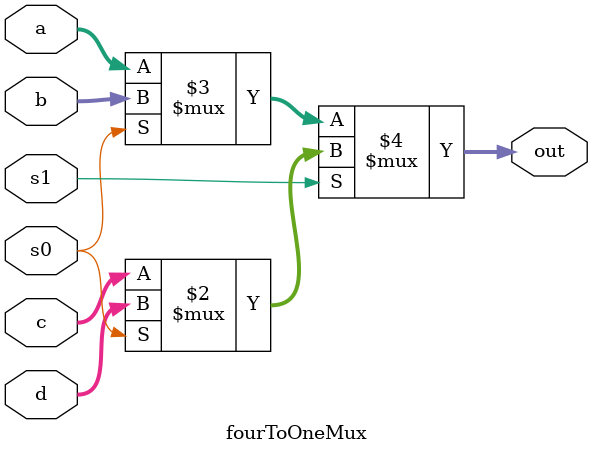
<source format=v>
module fourToOneMux(output reg [31:0] out, input wire [31:0] a, b, c, d, input wire s0, s1);
	always @(*)
		begin
			out = s1 ? (s0 ? d : c) : (s0 ? b: a);
		end
endmodule

</source>
